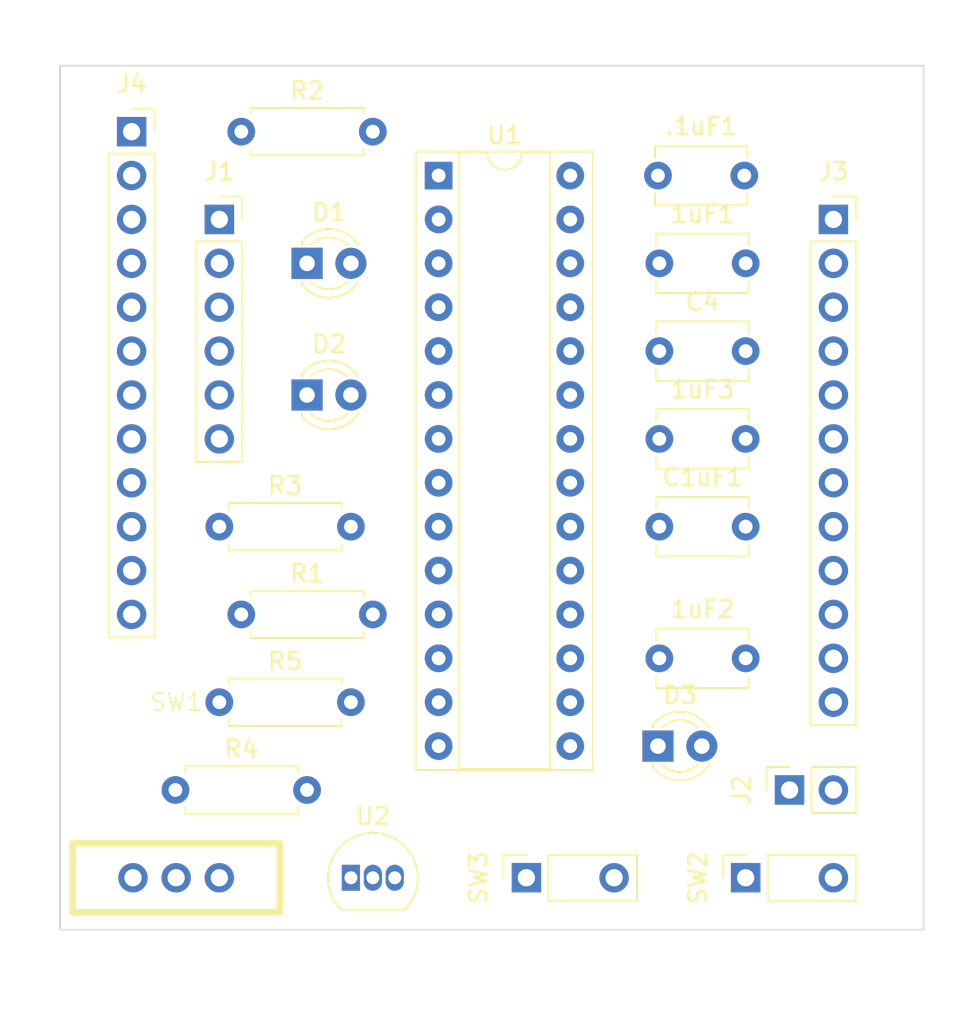
<source format=kicad_pcb>
(kicad_pcb (version 20221018) (generator pcbnew)
  (layers (0 "F.Cu" signal) (31 "B.Cu" signal) (34 "B.Paste" user) (35 "F.Paste" user) (36 "B.SilkS" user "B.Silkscreen") (37 "F.SilkS" user "F.Silkscreen") (38 "B.Mask" user) (39 "F.Mask" user) (44 "Edge.Cuts" user))
  (net 0 "")
  (net 1 "+3.3V")
  (net 2 "GND")
  (net 3 "/V_{in}")
  (net 4 "Net-(U1-V_{CAP})")
  (net 5 "Net-(D1-K)")
  (net 6 "Net-(D2-K)")
  (net 7 "Net-(D3-K)")
  (net 9 "+5V")
  (net 10 "/U1RX")
  (net 11 "/U1TX")
  (net 13 "Net-(J2-Pin_2)")
  (net 14 "/B15")
  (net 15 "/B14")
  (net 16 "/B13")
  (net 17 "/B12")
  (net 18 "/B11")
  (net 19 "/B10")
  (net 20 "/B9")
  (net 21 "/B8")
  (net 22 "/B7")
  (net 23 "/A0")
  (net 24 "/A1")
  (net 25 "/B0")
  (net 26 "/B1")
  (net 27 "/B2")
  (net 28 "/A3")
  (net 29 "/GREEN")
  (net 30 "/YELLOW")
  (net 31 "/B6")
  (net 32 "/~{MCLR}")
  (net 33 "/USER")
  (footprint "PIC32:PBSwitch" (layer "F.Cu") (at 139.7 127 90)
    (fp_text reference "SW2" (at 0 -2.77 90) (layer "F.SilkS"))
    (fp_text value "~{MCLR}")
    (fp_line (start -1.33 1.27) (end -1.33 6.41) (stroke (width 0.12)) (layer "F.SilkS"))
    (fp_line (start -1.33 1.27) (end 1.33 1.27) (stroke (width 0.12)) (layer "F.SilkS"))
    (fp_line (start -1.33 6.41) (end 1.33 6.41) (stroke (width 0.12)) (layer "F.SilkS"))
    (fp_line (start 0 -1.33) (end 1.33 -1.33) (stroke (width 0.12)) (layer "F.SilkS"))
    (fp_line (start 1.33 -1.33) (end 1.33 0) (stroke (width 0.12)) (layer "F.SilkS"))
    (fp_line (start 1.33 1.27) (end 1.33 6.41) (stroke (width 0.12)) (layer "F.SilkS"))
    (pad "1" thru_hole rect (at 0 0 90) (size 1.7 1.7) (drill 1) (layers "*.Cu" "*.Mask") (net 2 "GND"))
    (pad "2" thru_hole oval (at 0 5.08 90) (size 1.7 1.7) (drill 1) (layers "*.Cu" "*.Mask") (net 32 "/~{MCLR}"))
  )
  (footprint "Resistor_THT:R_Axial_DIN0207_L6.3mm_D2.5mm_P7.62mm_Horizontal" (layer "F.Cu") (at 106.68 121.92)
    (fp_text reference "R4" (at 3.81 -2.37) (layer "F.SilkS"))
    (fp_text value "10K")
    (fp_line (start 0.54 -1.37) (end 7.08 -1.37) (stroke (width 0.12)) (layer "F.SilkS"))
    (fp_line (start 0.54 -1.04) (end 0.54 -1.37) (stroke (width 0.12)) (layer "F.SilkS"))
    (fp_line (start 0.54 1.04) (end 0.54 1.37) (stroke (width 0.12)) (layer "F.SilkS"))
    (fp_line (start 0.54 1.37) (end 7.08 1.37) (stroke (width 0.12)) (layer "F.SilkS"))
    (fp_line (start 7.08 -1.37) (end 7.08 -1.04) (stroke (width 0.12)) (layer "F.SilkS"))
    (fp_line (start 7.08 1.37) (end 7.08 1.04) (stroke (width 0.12)) (layer "F.SilkS"))
    (pad "1" thru_hole circle (at 0 0) (size 1.6 1.6) (drill 0.8) (layers "*.Cu" "*.Mask") (net 1 "+3.3V"))
    (pad "2" thru_hole oval (at 7.62 0) (size 1.6 1.6) (drill 0.8) (layers "*.Cu" "*.Mask") (net 33 "/USER"))
  )
  (footprint "Capacitor_THT:C_Disc_D5.1mm_W3.2mm_P5.00mm" (layer "F.Cu") (at 134.7 106.68)
    (fp_text reference "C1uF1" (at 2.5 -2.85) (layer "F.SilkS"))
    (fp_text value "C")
    (fp_line (start -0.17 -1.721) (end -0.17 -1.055) (stroke (width 0.12)) (layer "F.SilkS"))
    (fp_line (start -0.17 -1.721) (end 5.17 -1.721) (stroke (width 0.12)) (layer "F.SilkS"))
    (fp_line (start -0.17 1.055) (end -0.17 1.721) (stroke (width 0.12)) (layer "F.SilkS"))
    (fp_line (start -0.17 1.721) (end 5.17 1.721) (stroke (width 0.12)) (layer "F.SilkS"))
    (fp_line (start 5.17 -1.721) (end 5.17 -1.055) (stroke (width 0.12)) (layer "F.SilkS"))
    (fp_line (start 5.17 1.055) (end 5.17 1.721) (stroke (width 0.12)) (layer "F.SilkS"))
    (pad "1" thru_hole circle (at 0 0) (size 1.6 1.6) (drill 0.8) (layers "*.Cu" "*.Mask") (net 4 "Net-(U1-V_{CAP})"))
    (pad "2" thru_hole circle (at 5 0) (size 1.6 1.6) (drill 0.8) (layers "*.Cu" "*.Mask") (net 2 "GND"))
  )
  (footprint "Resistor_THT:R_Axial_DIN0207_L6.3mm_D2.5mm_P7.62mm_Horizontal" (layer "F.Cu") (at 110.49 83.82)
    (fp_text reference "R2" (at 3.81 -2.37) (layer "F.SilkS"))
    (fp_text value "10K")
    (fp_line (start 0.54 -1.37) (end 7.08 -1.37) (stroke (width 0.12)) (layer "F.SilkS"))
    (fp_line (start 0.54 -1.04) (end 0.54 -1.37) (stroke (width 0.12)) (layer "F.SilkS"))
    (fp_line (start 0.54 1.04) (end 0.54 1.37) (stroke (width 0.12)) (layer "F.SilkS"))
    (fp_line (start 0.54 1.37) (end 7.08 1.37) (stroke (width 0.12)) (layer "F.SilkS"))
    (fp_line (start 7.08 -1.37) (end 7.08 -1.04) (stroke (width 0.12)) (layer "F.SilkS"))
    (fp_line (start 7.08 1.37) (end 7.08 1.04) (stroke (width 0.12)) (layer "F.SilkS"))
    (pad "1" thru_hole circle (at 0 0) (size 1.6 1.6) (drill 0.8) (layers "*.Cu" "*.Mask") (net 1 "+3.3V"))
    (pad "2" thru_hole oval (at 7.62 0) (size 1.6 1.6) (drill 0.8) (layers "*.Cu" "*.Mask") (net 32 "/~{MCLR}"))
  )
  (footprint "PIC32:SlideSW" (layer "F.Cu") (at 106.72 127)
    (fp_text reference "SW1" (at 0 -10.16 unlocked) (layer "F.SilkS") (effects (font (thickness 0.1))))
    (fp_text value "SW_slide")
    (fp_line (start -6 -2) (end -6 2) (stroke (width 0.4)) (layer "F.SilkS"))
    (fp_line (start -6 2) (end 6 2) (stroke (width 0.4)) (layer "F.SilkS"))
    (fp_line (start 6 -2) (end -6 -2) (stroke (width 0.4)) (layer "F.SilkS"))
    (fp_line (start 6 2) (end 6 -2) (stroke (width 0.4)) (layer "F.SilkS"))
    (pad "1" thru_hole circle (at -2.5 0) (size 1.7 1.7) (drill 1) (layers "*.Cu" "*.Mask") (net 9 "+5V"))
    (pad "2" thru_hole circle (at 0 0) (size 1.7 1.7) (drill 1) (layers "*.Cu" "*.Mask") (net 3 "/V_{in}"))
    (pad "3" thru_hole circle (at 2.5 0) (size 1.7 1.7) (drill 1) (layers "*.Cu" "*.Mask") (net 13 "Net-(J2-Pin_2)"))
  )
  (footprint "Connector_PinSocket_2.54mm:PinSocket_1x02_P2.54mm_Vertical" (layer "F.Cu") (at 142.24 121.92 90)
    (fp_text reference "J2" (at 0 -2.77 90) (layer "F.SilkS"))
    (fp_text value "Battery")
    (fp_line (start -1.33 1.27) (end -1.33 3.87) (stroke (width 0.12)) (layer "F.SilkS"))
    (fp_line (start -1.33 1.27) (end 1.33 1.27) (stroke (width 0.12)) (layer "F.SilkS"))
    (fp_line (start -1.33 3.87) (end 1.33 3.87) (stroke (width 0.12)) (layer "F.SilkS"))
    (fp_line (start 0 -1.33) (end 1.33 -1.33) (stroke (width 0.12)) (layer "F.SilkS"))
    (fp_line (start 1.33 -1.33) (end 1.33 0) (stroke (width 0.12)) (layer "F.SilkS"))
    (fp_line (start 1.33 1.27) (end 1.33 3.87) (stroke (width 0.12)) (layer "F.SilkS"))
    (pad "1" thru_hole rect (at 0 0 90) (size 1.7 1.7) (drill 1) (layers "*.Cu" "*.Mask") (net 2 "GND"))
    (pad "2" thru_hole oval (at 0 2.54 90) (size 1.7 1.7) (drill 1) (layers "*.Cu" "*.Mask") (net 13 "Net-(J2-Pin_2)"))
  )
  (footprint "Resistor_THT:R_Axial_DIN0207_L6.3mm_D2.5mm_P7.62mm_Horizontal" (layer "F.Cu") (at 109.22 116.84)
    (fp_text reference "R5" (at 3.81 -2.37) (layer "F.SilkS"))
    (fp_text value "330")
    (fp_line (start 0.54 -1.37) (end 7.08 -1.37) (stroke (width 0.12)) (layer "F.SilkS"))
    (fp_line (start 0.54 -1.04) (end 0.54 -1.37) (stroke (width 0.12)) (layer "F.SilkS"))
    (fp_line (start 0.54 1.04) (end 0.54 1.37) (stroke (width 0.12)) (layer "F.SilkS"))
    (fp_line (start 0.54 1.37) (end 7.08 1.37) (stroke (width 0.12)) (layer "F.SilkS"))
    (fp_line (start 7.08 -1.37) (end 7.08 -1.04) (stroke (width 0.12)) (layer "F.SilkS"))
    (fp_line (start 7.08 1.37) (end 7.08 1.04) (stroke (width 0.12)) (layer "F.SilkS"))
    (pad "1" thru_hole circle (at 0 0) (size 1.6 1.6) (drill 0.8) (layers "*.Cu" "*.Mask") (net 7 "Net-(D3-K)"))
    (pad "2" thru_hole oval (at 7.62 0) (size 1.6 1.6) (drill 0.8) (layers "*.Cu" "*.Mask") (net 2 "GND"))
  )
  (footprint "Package_TO_SOT_THT:TO-92_Inline" (layer "F.Cu") (at 116.84 127)
    (fp_text reference "U2" (at 1.27 -3.56) (layer "F.SilkS"))
    (fp_text value "AP7381-33V")
    (fp_line (start -0.53 1.85) (end 3.07 1.85) (stroke (width 0.12)) (layer "F.SilkS"))
    (fp_arc (start -0.568478 1.838478) (mid -1.132087 -0.994977) (end 1.27 -2.6) (stroke (width 0.12)) (layer "F.SilkS"))
    (fp_arc (start 1.27 -2.6) (mid 3.672087 -0.994977) (end 3.108478 1.838478) (stroke (width 0.12)) (layer "F.SilkS"))
    (pad "1" thru_hole rect (at 0 0) (size 1.05 1.5) (drill 0.75) (layers "*.Cu" "*.Mask") (net 1 "+3.3V"))
    (pad "2" thru_hole oval (at 1.27 0) (size 1.05 1.5) (drill 0.75) (layers "*.Cu" "*.Mask") (net 2 "GND"))
    (pad "3" thru_hole oval (at 2.54 0) (size 1.05 1.5) (drill 0.75) (layers "*.Cu" "*.Mask") (net 3 "/V_{in}"))
  )
  (footprint "Capacitor_THT:C_Disc_D5.1mm_W3.2mm_P5.00mm" (layer "F.Cu") (at 134.62 86.36)
    (fp_text reference ".1uF1" (at 2.5 -2.85) (layer "F.SilkS"))
    (fp_text value "C")
    (fp_line (start -0.17 -1.721) (end -0.17 -1.055) (stroke (width 0.12)) (layer "F.SilkS"))
    (fp_line (start -0.17 -1.721) (end 5.17 -1.721) (stroke (width 0.12)) (layer "F.SilkS"))
    (fp_line (start -0.17 1.055) (end -0.17 1.721) (stroke (width 0.12)) (layer "F.SilkS"))
    (fp_line (start -0.17 1.721) (end 5.17 1.721) (stroke (width 0.12)) (layer "F.SilkS"))
    (fp_line (start 5.17 -1.721) (end 5.17 -1.055) (stroke (width 0.12)) (layer "F.SilkS"))
    (fp_line (start 5.17 1.055) (end 5.17 1.721) (stroke (width 0.12)) (layer "F.SilkS"))
    (pad "1" thru_hole circle (at 0 0) (size 1.6 1.6) (drill 0.8) (layers "*.Cu" "*.Mask") (net 1 "+3.3V"))
    (pad "2" thru_hole circle (at 5 0) (size 1.6 1.6) (drill 0.8) (layers "*.Cu" "*.Mask") (net 2 "GND"))
  )
  (footprint "Capacitor_THT:C_Disc_D5.1mm_W3.2mm_P5.00mm" (layer "F.Cu") (at 134.7 96.52)
    (fp_text reference "C4" (at 2.5 -2.85) (layer "F.SilkS"))
    (fp_text value ".1uF")
    (fp_line (start -0.17 -1.721) (end -0.17 -1.055) (stroke (width 0.12)) (layer "F.SilkS"))
    (fp_line (start -0.17 -1.721) (end 5.17 -1.721) (stroke (width 0.12)) (layer "F.SilkS"))
    (fp_line (start -0.17 1.055) (end -0.17 1.721) (stroke (width 0.12)) (layer "F.SilkS"))
    (fp_line (start -0.17 1.721) (end 5.17 1.721) (stroke (width 0.12)) (layer "F.SilkS"))
    (fp_line (start 5.17 -1.721) (end 5.17 -1.055) (stroke (width 0.12)) (layer "F.SilkS"))
    (fp_line (start 5.17 1.055) (end 5.17 1.721) (stroke (width 0.12)) (layer "F.SilkS"))
    (pad "1" thru_hole circle (at 0 0) (size 1.6 1.6) (drill 0.8) (layers "*.Cu" "*.Mask") (net 1 "+3.3V"))
    (pad "2" thru_hole circle (at 5 0) (size 1.6 1.6) (drill 0.8) (layers "*.Cu" "*.Mask") (net 2 "GND"))
  )
  (footprint "Connector_PinSocket_2.54mm:PinSocket_1x12_P2.54mm_Vertical" (layer "F.Cu") (at 104.14 83.82)
    (fp_text reference "J4" (at 0 -2.77) (layer "F.SilkS"))
    (fp_text value "LEFT")
    (fp_line (start -1.33 1.27) (end -1.33 29.27) (stroke (width 0.12)) (layer "F.SilkS"))
    (fp_line (start -1.33 1.27) (end 1.33 1.27) (stroke (width 0.12)) (layer "F.SilkS"))
    (fp_line (start -1.33 29.27) (end 1.33 29.27) (stroke (width 0.12)) (layer "F.SilkS"))
    (fp_line (start 0 -1.33) (end 1.33 -1.33) (stroke (width 0.12)) (layer "F.SilkS"))
    (fp_line (start 1.33 -1.33) (end 1.33 0) (stroke (width 0.12)) (layer "F.SilkS"))
    (fp_line (start 1.33 1.27) (end 1.33 29.27) (stroke (width 0.12)) (layer "F.SilkS"))
    (pad "1" thru_hole rect (at 0 0) (size 1.7 1.7) (drill 1) (layers "*.Cu" "*.Mask") (net 23 "/A0"))
    (pad "2" thru_hole oval (at 0 2.54) (size 1.7 1.7) (drill 1) (layers "*.Cu" "*.Mask") (net 24 "/A1"))
    (pad "3" thru_hole oval (at 0 5.08) (size 1.7 1.7) (drill 1) (layers "*.Cu" "*.Mask") (net 25 "/B0"))
    (pad "4" thru_hole oval (at 0 7.62) (size 1.7 1.7) (drill 1) (layers "*.Cu" "*.Mask") (net 26 "/B1"))
    (pad "5" thru_hole oval (at 0 10.16) (size 1.7 1.7) (drill 1) (layers "*.Cu" "*.Mask") (net 27 "/B2"))
    (pad "6" thru_hole oval (at 0 12.7) (size 1.7 1.7) (drill 1) (layers "*.Cu" "*.Mask") (net 28 "/A3"))
    (pad "7" thru_hole oval (at 0 15.24) (size 1.7 1.7) (drill 1) (layers "*.Cu" "*.Mask") (net 29 "/GREEN"))
    (pad "8" thru_hole oval (at 0 17.78) (size 1.7 1.7) (drill 1) (layers "*.Cu" "*.Mask") (net 30 "/YELLOW"))
    (pad "9" thru_hole oval (at 0 20.32) (size 1.7 1.7) (drill 1) (layers "*.Cu" "*.Mask") (net 31 "/B6"))
    (pad "10" thru_hole oval (at 0 22.86) (size 1.7 1.7) (drill 1) (layers "*.Cu" "*.Mask") (net 3 "/V_{in}"))
    (pad "11" thru_hole oval (at 0 25.4) (size 1.7 1.7) (drill 1) (layers "*.Cu" "*.Mask") (net 1 "+3.3V"))
    (pad "12" thru_hole oval (at 0 27.94) (size 1.7 1.7) (drill 1) (layers "*.Cu" "*.Mask") (net 2 "GND"))
  )
  (footprint "Capacitor_THT:C_Disc_D5.1mm_W3.2mm_P5.00mm" (layer "F.Cu") (at 134.7 91.44)
    (fp_text reference "1uF1" (at 2.5 -2.85) (layer "F.SilkS"))
    (fp_text value "C")
    (fp_line (start -0.17 -1.721) (end -0.17 -1.055) (stroke (width 0.12)) (layer "F.SilkS"))
    (fp_line (start -0.17 -1.721) (end 5.17 -1.721) (stroke (width 0.12)) (layer "F.SilkS"))
    (fp_line (start -0.17 1.055) (end -0.17 1.721) (stroke (width 0.12)) (layer "F.SilkS"))
    (fp_line (start -0.17 1.721) (end 5.17 1.721) (stroke (width 0.12)) (layer "F.SilkS"))
    (fp_line (start 5.17 -1.721) (end 5.17 -1.055) (stroke (width 0.12)) (layer "F.SilkS"))
    (fp_line (start 5.17 1.055) (end 5.17 1.721) (stroke (width 0.12)) (layer "F.SilkS"))
    (pad "1" thru_hole circle (at 0 0) (size 1.6 1.6) (drill 0.8) (layers "*.Cu" "*.Mask") (net 1 "+3.3V"))
    (pad "2" thru_hole circle (at 5 0) (size 1.6 1.6) (drill 0.8) (layers "*.Cu" "*.Mask") (net 2 "GND"))
  )
  (footprint "Package_DIP:DIP-28_W7.62mm_Socket" (layer "F.Cu") (at 121.92 86.36)
    (fp_text reference "U1" (at 3.81 -2.33) (layer "F.SilkS"))
    (fp_text value "~")
    (fp_line (start -1.33 -1.39) (end -1.33 34.41) (stroke (width 0.12)) (layer "F.SilkS"))
    (fp_line (start -1.33 34.41) (end 8.95 34.41) (stroke (width 0.12)) (layer "F.SilkS"))
    (fp_line (start 1.16 -1.33) (end 1.16 34.35) (stroke (width 0.12)) (layer "F.SilkS"))
    (fp_line (start 1.16 34.35) (end 6.46 34.35) (stroke (width 0.12)) (layer "F.SilkS"))
    (fp_line (start 2.81 -1.33) (end 1.16 -1.33) (stroke (width 0.12)) (layer "F.SilkS"))
    (fp_line (start 6.46 -1.33) (end 4.81 -1.33) (stroke (width 0.12)) (layer "F.SilkS"))
    (fp_line (start 6.46 34.35) (end 6.46 -1.33) (stroke (width 0.12)) (layer "F.SilkS"))
    (fp_line (start 8.95 -1.39) (end -1.33 -1.39) (stroke (width 0.12)) (layer "F.SilkS"))
    (fp_line (start 8.95 34.41) (end 8.95 -1.39) (stroke (width 0.12)) (layer "F.SilkS"))
    (fp_arc (start 4.81 -1.33) (mid 3.81 -0.33) (end 2.81 -1.33) (stroke (width 0.12)) (layer "F.SilkS"))
    (pad "1" thru_hole rect (at 0 0) (size 1.6 1.6) (drill 0.8) (layers "*.Cu" "*.Mask") (net 32 "/~{MCLR}"))
    (pad "2" thru_hole oval (at 0 2.54) (size 1.6 1.6) (drill 0.8) (layers "*.Cu" "*.Mask") (net 23 "/A0"))
    (pad "3" thru_hole oval (at 0 5.08) (size 1.6 1.6) (drill 0.8) (layers "*.Cu" "*.Mask") (net 24 "/A1"))
    (pad "4" thru_hole oval (at 0 7.62) (size 1.6 1.6) (drill 0.8) (layers "*.Cu" "*.Mask") (net 25 "/B0"))
    (pad "5" thru_hole oval (at 0 10.16) (size 1.6 1.6) (drill 0.8) (layers "*.Cu" "*.Mask") (net 26 "/B1"))
    (pad "6" thru_hole oval (at 0 12.7) (size 1.6 1.6) (drill 0.8) (layers "*.Cu" "*.Mask") (net 27 "/B2"))
    (pad "7" thru_hole oval (at 0 15.24) (size 1.6 1.6) (drill 0.8) (layers "*.Cu" "*.Mask") (net 11 "/U1TX"))
    (pad "8" thru_hole oval (at 0 17.78) (size 1.6 1.6) (drill 0.8) (layers "*.Cu" "*.Mask") (net 2 "GND"))
    (pad "9" thru_hole oval (at 0 20.32) (size 1.6 1.6) (drill 0.8) (layers "*.Cu" "*.Mask") (net 10 "/U1RX"))
    (pad "10" thru_hole oval (at 0 22.86) (size 1.6 1.6) (drill 0.8) (layers "*.Cu" "*.Mask") (net 28 "/A3"))
    (pad "11" thru_hole oval (at 0 25.4) (size 1.6 1.6) (drill 0.8) (layers "*.Cu" "*.Mask") (net 29 "/GREEN"))
    (pad "12" thru_hole oval (at 0 27.94) (size 1.6 1.6) (drill 0.8) (layers "*.Cu" "*.Mask") (net 33 "/USER"))
    (pad "13" thru_hole oval (at 0 30.48) (size 1.6 1.6) (drill 0.8) (layers "*.Cu" "*.Mask") (net 1 "+3.3V"))
    (pad "14" thru_hole oval (at 0 33.02) (size 1.6 1.6) (drill 0.8) (layers "*.Cu" "*.Mask"))
    (pad "15" thru_hole oval (at 7.62 33.02) (size 1.6 1.6) (drill 0.8) (layers "*.Cu" "*.Mask") (net 31 "/B6"))
    (pad "16" thru_hole oval (at 7.62 30.48) (size 1.6 1.6) (drill 0.8) (layers "*.Cu" "*.Mask") (net 22 "/B7"))
    (pad "17" thru_hole oval (at 7.62 27.94) (size 1.6 1.6) (drill 0.8) (layers "*.Cu" "*.Mask") (net 21 "/B8"))
    (pad "18" thru_hole oval (at 7.62 25.4) (size 1.6 1.6) (drill 0.8) (layers "*.Cu" "*.Mask") (net 20 "/B9"))
    (pad "19" thru_hole oval (at 7.62 22.86) (size 1.6 1.6) (drill 0.8) (layers "*.Cu" "*.Mask") (net 2 "GND"))
    (pad "20" thru_hole oval (at 7.62 20.32) (size 1.6 1.6) (drill 0.8) (layers "*.Cu" "*.Mask") (net 4 "Net-(U1-V_{CAP})"))
    (pad "21" thru_hole oval (at 7.62 17.78) (size 1.6 1.6) (drill 0.8) (layers "*.Cu" "*.Mask") (net 19 "/B10"))
    (pad "22" thru_hole oval (at 7.62 15.24) (size 1.6 1.6) (drill 0.8) (layers "*.Cu" "*.Mask") (net 18 "/B11"))
    (pad "23" thru_hole oval (at 7.62 12.7) (size 1.6 1.6) (drill 0.8) (layers "*.Cu" "*.Mask") (net 17 "/B12"))
    (pad "24" thru_hole oval (at 7.62 10.16) (size 1.6 1.6) (drill 0.8) (layers "*.Cu" "*.Mask") (net 16 "/B13"))
    (pad "25" thru_hole oval (at 7.62 7.62) (size 1.6 1.6) (drill 0.8) (layers "*.Cu" "*.Mask") (net 15 "/B14"))
    (pad "26" thru_hole oval (at 7.62 5.08) (size 1.6 1.6) (drill 0.8) (layers "*.Cu" "*.Mask") (net 14 "/B15"))
    (pad "27" thru_hole oval (at 7.62 2.54) (size 1.6 1.6) (drill 0.8) (layers "*.Cu" "*.Mask") (net 2 "GND"))
    (pad "28" thru_hole oval (at 7.62 0) (size 1.6 1.6) (drill 0.8) (layers "*.Cu" "*.Mask") (net 1 "+3.3V"))
  )
  (footprint "LED_THT:LED_D3.0mm" (layer "F.Cu") (at 134.62 119.38)
    (fp_text reference "D3" (at 1.27 -2.96) (layer "F.SilkS"))
    (fp_text value "RED_LED")
    (fp_line (start -0.29 -1.236) (end -0.29 -1.08) (stroke (width 0.12)) (layer "F.SilkS"))
    (fp_line (start -0.29 1.08) (end -0.29 1.236) (stroke (width 0.12)) (layer "F.SilkS"))
    (fp_arc (start -0.29 -1.235516) (mid 1.366487 -1.987659) (end 2.942335 -1.078608) (stroke (width 0.12)) (layer "F.SilkS"))
    (fp_arc (start 0.229039 -1.08) (mid 1.270117 -1.5) (end 2.31113 -1.079837) (stroke (width 0.12)) (layer "F.SilkS"))
    (fp_arc (start 2.31113 1.079837) (mid 1.270117 1.5) (end 0.229039 1.08) (stroke (width 0.12)) (layer "F.SilkS"))
    (fp_arc (start 2.942335 1.078608) (mid 1.366487 1.987659) (end -0.29 1.235516) (stroke (width 0.12)) (layer "F.SilkS"))
    (pad "1" thru_hole rect (at 0 0) (size 1.8 1.8) (drill 0.9) (layers "*.Cu" "*.Mask") (net 7 "Net-(D3-K)"))
    (pad "2" thru_hole circle (at 2.54 0) (size 1.8 1.8) (drill 0.9) (layers "*.Cu" "*.Mask") (net 1 "+3.3V"))
  )
  (footprint "LED_THT:LED_D3.0mm" (layer "F.Cu") (at 114.3 91.44)
    (fp_text reference "D1" (at 1.27 -2.96) (layer "F.SilkS"))
    (fp_text value "GREEN_LED")
    (fp_line (start -0.29 -1.236) (end -0.29 -1.08) (stroke (width 0.12)) (layer "F.SilkS"))
    (fp_line (start -0.29 1.08) (end -0.29 1.236) (stroke (width 0.12)) (layer "F.SilkS"))
    (fp_arc (start -0.29 -1.235516) (mid 1.366487 -1.987659) (end 2.942335 -1.078608) (stroke (width 0.12)) (layer "F.SilkS"))
    (fp_arc (start 0.229039 -1.08) (mid 1.270117 -1.5) (end 2.31113 -1.079837) (stroke (width 0.12)) (layer "F.SilkS"))
    (fp_arc (start 2.31113 1.079837) (mid 1.270117 1.5) (end 0.229039 1.08) (stroke (width 0.12)) (layer "F.SilkS"))
    (fp_arc (start 2.942335 1.078608) (mid 1.366487 1.987659) (end -0.29 1.235516) (stroke (width 0.12)) (layer "F.SilkS"))
    (pad "1" thru_hole rect (at 0 0) (size 1.8 1.8) (drill 0.9) (layers "*.Cu" "*.Mask") (net 5 "Net-(D1-K)"))
    (pad "2" thru_hole circle (at 2.54 0) (size 1.8 1.8) (drill 0.9) (layers "*.Cu" "*.Mask") (net 1 "+3.3V"))
  )
  (footprint "LED_THT:LED_D3.0mm" (layer "F.Cu") (at 114.3 99.06)
    (fp_text reference "D2" (at 1.27 -2.96) (layer "F.SilkS"))
    (fp_text value "YELLOW_LED")
    (fp_line (start -0.29 -1.236) (end -0.29 -1.08) (stroke (width 0.12)) (layer "F.SilkS"))
    (fp_line (start -0.29 1.08) (end -0.29 1.236) (stroke (width 0.12)) (layer "F.SilkS"))
    (fp_arc (start -0.29 -1.235516) (mid 1.366487 -1.987659) (end 2.942335 -1.078608) (stroke (width 0.12)) (layer "F.SilkS"))
    (fp_arc (start 0.229039 -1.08) (mid 1.270117 -1.5) (end 2.31113 -1.079837) (stroke (width 0.12)) (layer "F.SilkS"))
    (fp_arc (start 2.31113 1.079837) (mid 1.270117 1.5) (end 0.229039 1.08) (stroke (width 0.12)) (layer "F.SilkS"))
    (fp_arc (start 2.942335 1.078608) (mid 1.366487 1.987659) (end -0.29 1.235516) (stroke (width 0.12)) (layer "F.SilkS"))
    (pad "1" thru_hole rect (at 0 0) (size 1.8 1.8) (drill 0.9) (layers "*.Cu" "*.Mask") (net 6 "Net-(D2-K)"))
    (pad "2" thru_hole circle (at 2.54 0) (size 1.8 1.8) (drill 0.9) (layers "*.Cu" "*.Mask") (net 1 "+3.3V"))
  )
  (footprint "Connector_PinSocket_2.54mm:PinSocket_1x06_P2.54mm_Vertical" (layer "F.Cu") (at 109.22 88.9)
    (fp_text reference "J1" (at 0 -2.77) (layer "F.SilkS"))
    (fp_text value "Adafruit CP2102N")
    (fp_line (start -1.33 1.27) (end -1.33 14.03) (stroke (width 0.12)) (layer "F.SilkS"))
    (fp_line (start -1.33 1.27) (end 1.33 1.27) (stroke (width 0.12)) (layer "F.SilkS"))
    (fp_line (start -1.33 14.03) (end 1.33 14.03) (stroke (width 0.12)) (layer "F.SilkS"))
    (fp_line (start 0 -1.33) (end 1.33 -1.33) (stroke (width 0.12)) (layer "F.SilkS"))
    (fp_line (start 1.33 -1.33) (end 1.33 0) (stroke (width 0.12)) (layer "F.SilkS"))
    (fp_line (start 1.33 1.27) (end 1.33 14.03) (stroke (width 0.12)) (layer "F.SilkS"))
    (pad "1" thru_hole rect (at 0 0) (size 1.7 1.7) (drill 1) (layers "*.Cu" "*.Mask") (net 2 "GND"))
    (pad "2" thru_hole oval (at 0 2.54) (size 1.7 1.7) (drill 1) (layers "*.Cu" "*.Mask"))
    (pad "3" thru_hole oval (at 0 5.08) (size 1.7 1.7) (drill 1) (layers "*.Cu" "*.Mask") (net 9 "+5V"))
    (pad "4" thru_hole oval (at 0 7.62) (size 1.7 1.7) (drill 1) (layers "*.Cu" "*.Mask") (net 10 "/U1RX"))
    (pad "5" thru_hole oval (at 0 10.16) (size 1.7 1.7) (drill 1) (layers "*.Cu" "*.Mask") (net 11 "/U1TX"))
    (pad "6" thru_hole oval (at 0 12.7) (size 1.7 1.7) (drill 1) (layers "*.Cu" "*.Mask"))
  )
  (footprint "Capacitor_THT:C_Disc_D5.1mm_W3.2mm_P5.00mm" (layer "F.Cu") (at 134.7 101.6)
    (fp_text reference "1uF3" (at 2.5 -2.85) (layer "F.SilkS"))
    (fp_text value "C")
    (fp_line (start -0.17 -1.721) (end -0.17 -1.055) (stroke (width 0.12)) (layer "F.SilkS"))
    (fp_line (start -0.17 -1.721) (end 5.17 -1.721) (stroke (width 0.12)) (layer "F.SilkS"))
    (fp_line (start -0.17 1.055) (end -0.17 1.721) (stroke (width 0.12)) (layer "F.SilkS"))
    (fp_line (start -0.17 1.721) (end 5.17 1.721) (stroke (width 0.12)) (layer "F.SilkS"))
    (fp_line (start 5.17 -1.721) (end 5.17 -1.055) (stroke (width 0.12)) (layer "F.SilkS"))
    (fp_line (start 5.17 1.055) (end 5.17 1.721) (stroke (width 0.12)) (layer "F.SilkS"))
    (pad "1" thru_hole circle (at 0 0) (size 1.6 1.6) (drill 0.8) (layers "*.Cu" "*.Mask") (net 1 "+3.3V"))
    (pad "2" thru_hole circle (at 5 0) (size 1.6 1.6) (drill 0.8) (layers "*.Cu" "*.Mask") (net 2 "GND"))
  )
  (footprint "Resistor_THT:R_Axial_DIN0207_L6.3mm_D2.5mm_P7.62mm_Horizontal" (layer "F.Cu") (at 109.22 106.68)
    (fp_text reference "R3" (at 3.81 -2.37) (layer "F.SilkS"))
    (fp_text value "330")
    (fp_line (start 0.54 -1.37) (end 7.08 -1.37) (stroke (width 0.12)) (layer "F.SilkS"))
    (fp_line (start 0.54 -1.04) (end 0.54 -1.37) (stroke (width 0.12)) (layer "F.SilkS"))
    (fp_line (start 0.54 1.04) (end 0.54 1.37) (stroke (width 0.12)) (layer "F.SilkS"))
    (fp_line (start 0.54 1.37) (end 7.08 1.37) (stroke (width 0.12)) (layer "F.SilkS"))
    (fp_line (start 7.08 -1.37) (end 7.08 -1.04) (stroke (width 0.12)) (layer "F.SilkS"))
    (fp_line (start 7.08 1.37) (end 7.08 1.04) (stroke (width 0.12)) (layer "F.SilkS"))
    (pad "1" thru_hole circle (at 0 0) (size 1.6 1.6) (drill 0.8) (layers "*.Cu" "*.Mask") (net 6 "Net-(D2-K)"))
    (pad "2" thru_hole oval (at 7.62 0) (size 1.6 1.6) (drill 0.8) (layers "*.Cu" "*.Mask") (net 30 "/YELLOW"))
  )
  (footprint "Connector_PinSocket_2.54mm:PinSocket_1x12_P2.54mm_Vertical" (layer "F.Cu") (at 144.78 88.9)
    (fp_text reference "J3" (at 0 -2.77) (layer "F.SilkS"))
    (fp_text value "RIGHT")
    (fp_line (start -1.33 1.27) (end -1.33 29.27) (stroke (width 0.12)) (layer "F.SilkS"))
    (fp_line (start -1.33 1.27) (end 1.33 1.27) (stroke (width 0.12)) (layer "F.SilkS"))
    (fp_line (start -1.33 29.27) (end 1.33 29.27) (stroke (width 0.12)) (layer "F.SilkS"))
    (fp_line (start 0 -1.33) (end 1.33 -1.33) (stroke (width 0.12)) (layer "F.SilkS"))
    (fp_line (start 1.33 -1.33) (end 1.33 0) (stroke (width 0.12)) (layer "F.SilkS"))
    (fp_line (start 1.33 1.27) (end 1.33 29.27) (stroke (width 0.12)) (layer "F.SilkS"))
    (pad "1" thru_hole rect (at 0 0) (size 1.7 1.7) (drill 1) (layers "*.Cu" "*.Mask") (net 14 "/B15"))
    (pad "2" thru_hole oval (at 0 2.54) (size 1.7 1.7) (drill 1) (layers "*.Cu" "*.Mask") (net 15 "/B14"))
    (pad "3" thru_hole oval (at 0 5.08) (size 1.7 1.7) (drill 1) (layers "*.Cu" "*.Mask") (net 16 "/B13"))
    (pad "4" thru_hole oval (at 0 7.62) (size 1.7 1.7) (drill 1) (layers "*.Cu" "*.Mask") (net 17 "/B12"))
    (pad "5" thru_hole oval (at 0 10.16) (size 1.7 1.7) (drill 1) (layers "*.Cu" "*.Mask") (net 18 "/B11"))
    (pad "6" thru_hole oval (at 0 12.7) (size 1.7 1.7) (drill 1) (layers "*.Cu" "*.Mask") (net 19 "/B10"))
    (pad "7" thru_hole oval (at 0 15.24) (size 1.7 1.7) (drill 1) (layers "*.Cu" "*.Mask") (net 20 "/B9"))
    (pad "8" thru_hole oval (at 0 17.78) (size 1.7 1.7) (drill 1) (layers "*.Cu" "*.Mask") (net 21 "/B8"))
    (pad "9" thru_hole oval (at 0 20.32) (size 1.7 1.7) (drill 1) (layers "*.Cu" "*.Mask") (net 22 "/B7"))
    (pad "10" thru_hole oval (at 0 22.86) (size 1.7 1.7) (drill 1) (layers "*.Cu" "*.Mask") (net 3 "/V_{in}"))
    (pad "11" thru_hole oval (at 0 25.4) (size 1.7 1.7) (drill 1) (layers "*.Cu" "*.Mask") (net 1 "+3.3V"))
    (pad "12" thru_hole oval (at 0 27.94) (size 1.7 1.7) (drill 1) (layers "*.Cu" "*.Mask") (net 2 "GND"))
  )
  (footprint "Resistor_THT:R_Axial_DIN0207_L6.3mm_D2.5mm_P7.62mm_Horizontal" (layer "F.Cu") (at 110.49 111.76)
    (fp_text reference "R1" (at 3.81 -2.37) (layer "F.SilkS"))
    (fp_text value "330")
    (fp_line (start 0.54 -1.37) (end 7.08 -1.37) (stroke (width 0.12)) (layer "F.SilkS"))
    (fp_line (start 0.54 -1.04) (end 0.54 -1.37) (stroke (width 0.12)) (layer "F.SilkS"))
    (fp_line (start 0.54 1.04) (end 0.54 1.37) (stroke (width 0.12)) (layer "F.SilkS"))
    (fp_line (start 0.54 1.37) (end 7.08 1.37) (stroke (width 0.12)) (layer "F.SilkS"))
    (fp_line (start 7.08 -1.37) (end 7.08 -1.04) (stroke (width 0.12)) (layer "F.SilkS"))
    (fp_line (start 7.08 1.37) (end 7.08 1.04) (stroke (width 0.12)) (layer "F.SilkS"))
    (pad "1" thru_hole circle (at 0 0) (size 1.6 1.6) (drill 0.8) (layers "*.Cu" "*.Mask") (net 5 "Net-(D1-K)"))
    (pad "2" thru_hole oval (at 7.62 0) (size 1.6 1.6) (drill 0.8) (layers "*.Cu" "*.Mask") (net 29 "/GREEN"))
  )
  (footprint "Capacitor_THT:C_Disc_D5.1mm_W3.2mm_P5.00mm" (layer "F.Cu") (at 134.7 114.3)
    (fp_text reference "1uF2" (at 2.5 -2.85) (layer "F.SilkS"))
    (fp_text value "C")
    (fp_line (start -0.17 -1.721) (end -0.17 -1.055) (stroke (width 0.12)) (layer "F.SilkS"))
    (fp_line (start -0.17 -1.721) (end 5.17 -1.721) (stroke (width 0.12)) (layer "F.SilkS"))
    (fp_line (start -0.17 1.055) (end -0.17 1.721) (stroke (width 0.12)) (layer "F.SilkS"))
    (fp_line (start -0.17 1.721) (end 5.17 1.721) (stroke (width 0.12)) (layer "F.SilkS"))
    (fp_line (start 5.17 -1.721) (end 5.17 -1.055) (stroke (width 0.12)) (layer "F.SilkS"))
    (fp_line (start 5.17 1.055) (end 5.17 1.721) (stroke (width 0.12)) (layer "F.SilkS"))
    (pad "1" thru_hole circle (at 0 0) (size 1.6 1.6) (drill 0.8) (layers "*.Cu" "*.Mask") (net 3 "/V_{in}"))
    (pad "2" thru_hole circle (at 5 0) (size 1.6 1.6) (drill 0.8) (layers "*.Cu" "*.Mask") (net 2 "GND"))
  )
  (footprint "PIC32:PBSwitch" (layer "F.Cu") (at 127 127 90)
    (fp_text reference "SW3" (at 0 -2.77 90) (layer "F.SilkS"))
    (fp_text value "USER")
    (fp_line (start -1.33 1.27) (end -1.33 6.41) (stroke (width 0.12)) (layer "F.SilkS"))
    (fp_line (start -1.33 1.27) (end 1.33 1.27) (stroke (width 0.12)) (layer "F.SilkS"))
    (fp_line (start -1.33 6.41) (end 1.33 6.41) (stroke (width 0.12)) (layer "F.SilkS"))
    (fp_line (start 0 -1.33) (end 1.33 -1.33) (stroke (width 0.12)) (layer "F.SilkS"))
    (fp_line (start 1.33 -1.33) (end 1.33 0) (stroke (width 0.12)) (layer "F.SilkS"))
    (fp_line (start 1.33 1.27) (end 1.33 6.41) (stroke (width 0.12)) (layer "F.SilkS"))
    (pad "1" thru_hole rect (at 0 0 90) (size 1.7 1.7) (drill 1) (layers "*.Cu" "*.Mask") (net 2 "GND"))
    (pad "2" thru_hole oval (at 0 5.08 90) (size 1.7 1.7) (drill 1) (layers "*.Cu" "*.Mask") (net 33 "/USER"))
  )
  (gr_line (start 150 80) (end 150 130) (stroke (width 0.1)) (layer "Edge.Cuts"))
  (gr_line (start 100 80) (end 150 80) (stroke (width 0.1)) (layer "Edge.Cuts"))
  (gr_line (start 150 130) (end 100 130) (stroke (width 0.1)) (layer "Edge.Cuts"))
  (gr_line (start 100 130) (end 100 80) (stroke (width 0.1)) (layer "Edge.Cuts"))
)
</source>
